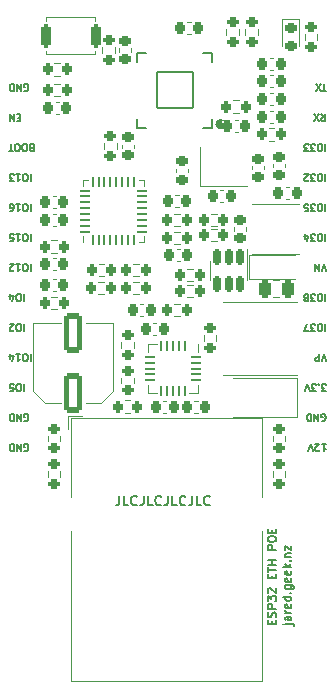
<source format=gto>
G04 #@! TF.GenerationSoftware,KiCad,Pcbnew,(6.0.4)*
G04 #@! TF.CreationDate,2022-11-09T23:23:58+13:00*
G04 #@! TF.ProjectId,LAN-Module-PoE,4c414e2d-4d6f-4647-956c-652d506f452e,rev?*
G04 #@! TF.SameCoordinates,Original*
G04 #@! TF.FileFunction,Legend,Top*
G04 #@! TF.FilePolarity,Positive*
%FSLAX46Y46*%
G04 Gerber Fmt 4.6, Leading zero omitted, Abs format (unit mm)*
G04 Created by KiCad (PCBNEW (6.0.4)) date 2022-11-09 23:23:58*
%MOMM*%
%LPD*%
G01*
G04 APERTURE LIST*
G04 Aperture macros list*
%AMRoundRect*
0 Rectangle with rounded corners*
0 $1 Rounding radius*
0 $2 $3 $4 $5 $6 $7 $8 $9 X,Y pos of 4 corners*
0 Add a 4 corners polygon primitive as box body*
4,1,4,$2,$3,$4,$5,$6,$7,$8,$9,$2,$3,0*
0 Add four circle primitives for the rounded corners*
1,1,$1+$1,$2,$3*
1,1,$1+$1,$4,$5*
1,1,$1+$1,$6,$7*
1,1,$1+$1,$8,$9*
0 Add four rect primitives between the rounded corners*
20,1,$1+$1,$2,$3,$4,$5,0*
20,1,$1+$1,$4,$5,$6,$7,0*
20,1,$1+$1,$6,$7,$8,$9,0*
20,1,$1+$1,$8,$9,$2,$3,0*%
G04 Aperture macros list end*
%ADD10C,0.150000*%
%ADD11C,0.120000*%
%ADD12C,0.450000*%
%ADD13C,0.264583*%
%ADD14C,1.600000*%
%ADD15RoundRect,0.200000X0.275000X-0.200000X0.275000X0.200000X-0.275000X0.200000X-0.275000X-0.200000X0*%
%ADD16RoundRect,0.218750X-0.256250X0.218750X-0.256250X-0.218750X0.256250X-0.218750X0.256250X0.218750X0*%
%ADD17RoundRect,0.200000X0.200000X0.275000X-0.200000X0.275000X-0.200000X-0.275000X0.200000X-0.275000X0*%
%ADD18RoundRect,0.225000X0.225000X0.250000X-0.225000X0.250000X-0.225000X-0.250000X0.225000X-0.250000X0*%
%ADD19R,0.900000X1.200000*%
%ADD20RoundRect,0.150000X-0.150000X0.512500X-0.150000X-0.512500X0.150000X-0.512500X0.150000X0.512500X0*%
%ADD21RoundRect,0.200000X-0.200000X-0.275000X0.200000X-0.275000X0.200000X0.275000X-0.200000X0.275000X0*%
%ADD22RoundRect,0.225000X-0.225000X-0.250000X0.225000X-0.250000X0.225000X0.250000X-0.225000X0.250000X0*%
%ADD23RoundRect,0.200000X-0.275000X0.200000X-0.275000X-0.200000X0.275000X-0.200000X0.275000X0.200000X0*%
%ADD24R,1.200000X3.700000*%
%ADD25RoundRect,0.225000X-0.250000X0.225000X-0.250000X-0.225000X0.250000X-0.225000X0.250000X0.225000X0*%
%ADD26RoundRect,0.062500X-0.062500X0.362500X-0.062500X-0.362500X0.062500X-0.362500X0.062500X0.362500X0*%
%ADD27RoundRect,0.062500X-0.362500X0.062500X-0.362500X-0.062500X0.362500X-0.062500X0.362500X0.062500X0*%
%ADD28R,2.600000X2.600000*%
%ADD29R,2.500000X1.800000*%
%ADD30R,1.600000X5.700000*%
%ADD31RoundRect,0.225000X0.250000X-0.225000X0.250000X0.225000X-0.250000X0.225000X-0.250000X-0.225000X0*%
%ADD32RoundRect,0.062500X0.062500X-0.375000X0.062500X0.375000X-0.062500X0.375000X-0.062500X-0.375000X0*%
%ADD33RoundRect,0.062500X0.375000X-0.062500X0.375000X0.062500X-0.375000X0.062500X-0.375000X-0.062500X0*%
%ADD34R,3.100000X3.100000*%
%ADD35RoundRect,0.200000X0.200000X0.800000X-0.200000X0.800000X-0.200000X-0.800000X0.200000X-0.800000X0*%
%ADD36RoundRect,0.250000X0.550000X-1.412500X0.550000X1.412500X-0.550000X1.412500X-0.550000X-1.412500X0*%
%ADD37C,3.250000*%
%ADD38R,1.500000X1.500000*%
%ADD39C,1.500000*%
%ADD40C,2.200000*%
%ADD41RoundRect,0.250000X-0.250000X-0.475000X0.250000X-0.475000X0.250000X0.475000X-0.250000X0.475000X0*%
%ADD42O,0.850000X0.200000*%
%ADD43O,0.200000X0.850000*%
%ADD44RoundRect,0.102000X1.500000X1.500000X-1.500000X1.500000X-1.500000X-1.500000X1.500000X-1.500000X0*%
%ADD45R,1.400000X1.200000*%
G04 APERTURE END LIST*
D10*
X23468928Y-32050000D02*
X23526071Y-32078571D01*
X23611785Y-32078571D01*
X23697500Y-32050000D01*
X23754642Y-31992857D01*
X23783214Y-31935714D01*
X23811785Y-31821428D01*
X23811785Y-31735714D01*
X23783214Y-31621428D01*
X23754642Y-31564285D01*
X23697500Y-31507142D01*
X23611785Y-31478571D01*
X23554642Y-31478571D01*
X23468928Y-31507142D01*
X23440357Y-31535714D01*
X23440357Y-31735714D01*
X23554642Y-31735714D01*
X23183214Y-31478571D02*
X23183214Y-32078571D01*
X22840357Y-31478571D01*
X22840357Y-32078571D01*
X22554642Y-31478571D02*
X22554642Y-32078571D01*
X22411785Y-32078571D01*
X22326071Y-32050000D01*
X22268928Y-31992857D01*
X22240357Y-31935714D01*
X22211785Y-31821428D01*
X22211785Y-31735714D01*
X22240357Y-31621428D01*
X22268928Y-31564285D01*
X22326071Y-31507142D01*
X22411785Y-31478571D01*
X22554642Y-31478571D01*
X24011785Y-41638571D02*
X24011785Y-42238571D01*
X23611785Y-42238571D02*
X23497500Y-42238571D01*
X23440357Y-42210000D01*
X23383214Y-42152857D01*
X23354642Y-42038571D01*
X23354642Y-41838571D01*
X23383214Y-41724285D01*
X23440357Y-41667142D01*
X23497500Y-41638571D01*
X23611785Y-41638571D01*
X23668928Y-41667142D01*
X23726071Y-41724285D01*
X23754642Y-41838571D01*
X23754642Y-42038571D01*
X23726071Y-42152857D01*
X23668928Y-42210000D01*
X23611785Y-42238571D01*
X22783214Y-41638571D02*
X23126071Y-41638571D01*
X22954642Y-41638571D02*
X22954642Y-42238571D01*
X23011785Y-42152857D01*
X23068928Y-42095714D01*
X23126071Y-42067142D01*
X22268928Y-42238571D02*
X22383214Y-42238571D01*
X22440357Y-42210000D01*
X22468928Y-42181428D01*
X22526071Y-42095714D01*
X22554642Y-41981428D01*
X22554642Y-41752857D01*
X22526071Y-41695714D01*
X22497500Y-41667142D01*
X22440357Y-41638571D01*
X22326071Y-41638571D01*
X22268928Y-41667142D01*
X22240357Y-41695714D01*
X22211785Y-41752857D01*
X22211785Y-41895714D01*
X22240357Y-41952857D01*
X22268928Y-41981428D01*
X22326071Y-42010000D01*
X22440357Y-42010000D01*
X22497500Y-41981428D01*
X22526071Y-41952857D01*
X22554642Y-41895714D01*
X49045357Y-32078571D02*
X48702500Y-32078571D01*
X48873928Y-31478571D02*
X48873928Y-32078571D01*
X48559642Y-32078571D02*
X48159642Y-31478571D01*
X48159642Y-32078571D02*
X48559642Y-31478571D01*
X23126071Y-34332857D02*
X22926071Y-34332857D01*
X22840357Y-34018571D02*
X23126071Y-34018571D01*
X23126071Y-34618571D01*
X22840357Y-34618571D01*
X22583214Y-34018571D02*
X22583214Y-34618571D01*
X22240357Y-34018571D01*
X22240357Y-34618571D01*
X24011785Y-54338571D02*
X24011785Y-54938571D01*
X23611785Y-54938571D02*
X23497500Y-54938571D01*
X23440357Y-54910000D01*
X23383214Y-54852857D01*
X23354642Y-54738571D01*
X23354642Y-54538571D01*
X23383214Y-54424285D01*
X23440357Y-54367142D01*
X23497500Y-54338571D01*
X23611785Y-54338571D01*
X23668928Y-54367142D01*
X23726071Y-54424285D01*
X23754642Y-54538571D01*
X23754642Y-54738571D01*
X23726071Y-54852857D01*
X23668928Y-54910000D01*
X23611785Y-54938571D01*
X22783214Y-54338571D02*
X23126071Y-54338571D01*
X22954642Y-54338571D02*
X22954642Y-54938571D01*
X23011785Y-54852857D01*
X23068928Y-54795714D01*
X23126071Y-54767142D01*
X22268928Y-54738571D02*
X22268928Y-54338571D01*
X22411785Y-54967142D02*
X22554642Y-54538571D01*
X22183214Y-54538571D01*
X45570000Y-77205833D02*
X46170000Y-77205833D01*
X46236666Y-77239166D01*
X46270000Y-77305833D01*
X46270000Y-77339166D01*
X45336666Y-77205833D02*
X45370000Y-77239166D01*
X45403333Y-77205833D01*
X45370000Y-77172500D01*
X45336666Y-77205833D01*
X45403333Y-77205833D01*
X46036666Y-76572500D02*
X45670000Y-76572500D01*
X45603333Y-76605833D01*
X45570000Y-76672500D01*
X45570000Y-76805833D01*
X45603333Y-76872500D01*
X46003333Y-76572500D02*
X46036666Y-76639166D01*
X46036666Y-76805833D01*
X46003333Y-76872500D01*
X45936666Y-76905833D01*
X45870000Y-76905833D01*
X45803333Y-76872500D01*
X45770000Y-76805833D01*
X45770000Y-76639166D01*
X45736666Y-76572500D01*
X46036666Y-76239166D02*
X45570000Y-76239166D01*
X45703333Y-76239166D02*
X45636666Y-76205833D01*
X45603333Y-76172500D01*
X45570000Y-76105833D01*
X45570000Y-76039166D01*
X46003333Y-75539166D02*
X46036666Y-75605833D01*
X46036666Y-75739166D01*
X46003333Y-75805833D01*
X45936666Y-75839166D01*
X45670000Y-75839166D01*
X45603333Y-75805833D01*
X45570000Y-75739166D01*
X45570000Y-75605833D01*
X45603333Y-75539166D01*
X45670000Y-75505833D01*
X45736666Y-75505833D01*
X45803333Y-75839166D01*
X46036666Y-74905833D02*
X45336666Y-74905833D01*
X46003333Y-74905833D02*
X46036666Y-74972500D01*
X46036666Y-75105833D01*
X46003333Y-75172500D01*
X45970000Y-75205833D01*
X45903333Y-75239166D01*
X45703333Y-75239166D01*
X45636666Y-75205833D01*
X45603333Y-75172500D01*
X45570000Y-75105833D01*
X45570000Y-74972500D01*
X45603333Y-74905833D01*
X45970000Y-74572500D02*
X46003333Y-74539166D01*
X46036666Y-74572500D01*
X46003333Y-74605833D01*
X45970000Y-74572500D01*
X46036666Y-74572500D01*
X45570000Y-73939166D02*
X46136666Y-73939166D01*
X46203333Y-73972500D01*
X46236666Y-74005833D01*
X46270000Y-74072500D01*
X46270000Y-74172500D01*
X46236666Y-74239166D01*
X46003333Y-73939166D02*
X46036666Y-74005833D01*
X46036666Y-74139166D01*
X46003333Y-74205833D01*
X45970000Y-74239166D01*
X45903333Y-74272500D01*
X45703333Y-74272500D01*
X45636666Y-74239166D01*
X45603333Y-74205833D01*
X45570000Y-74139166D01*
X45570000Y-74005833D01*
X45603333Y-73939166D01*
X46003333Y-73339166D02*
X46036666Y-73405833D01*
X46036666Y-73539166D01*
X46003333Y-73605833D01*
X45936666Y-73639166D01*
X45670000Y-73639166D01*
X45603333Y-73605833D01*
X45570000Y-73539166D01*
X45570000Y-73405833D01*
X45603333Y-73339166D01*
X45670000Y-73305833D01*
X45736666Y-73305833D01*
X45803333Y-73639166D01*
X46003333Y-72739166D02*
X46036666Y-72805833D01*
X46036666Y-72939166D01*
X46003333Y-73005833D01*
X45936666Y-73039166D01*
X45670000Y-73039166D01*
X45603333Y-73005833D01*
X45570000Y-72939166D01*
X45570000Y-72805833D01*
X45603333Y-72739166D01*
X45670000Y-72705833D01*
X45736666Y-72705833D01*
X45803333Y-73039166D01*
X46036666Y-72405833D02*
X45336666Y-72405833D01*
X45770000Y-72339166D02*
X46036666Y-72139166D01*
X45570000Y-72139166D02*
X45836666Y-72405833D01*
X45970000Y-71839166D02*
X46003333Y-71805833D01*
X46036666Y-71839166D01*
X46003333Y-71872500D01*
X45970000Y-71839166D01*
X46036666Y-71839166D01*
X45570000Y-71505833D02*
X46036666Y-71505833D01*
X45636666Y-71505833D02*
X45603333Y-71472500D01*
X45570000Y-71405833D01*
X45570000Y-71305833D01*
X45603333Y-71239166D01*
X45670000Y-71205833D01*
X46036666Y-71205833D01*
X45570000Y-70939166D02*
X45570000Y-70572500D01*
X46036666Y-70939166D01*
X46036666Y-70572500D01*
X49016785Y-57478571D02*
X48645357Y-57478571D01*
X48845357Y-57250000D01*
X48759642Y-57250000D01*
X48702500Y-57221428D01*
X48673928Y-57192857D01*
X48645357Y-57135714D01*
X48645357Y-56992857D01*
X48673928Y-56935714D01*
X48702500Y-56907142D01*
X48759642Y-56878571D01*
X48931071Y-56878571D01*
X48988214Y-56907142D01*
X49016785Y-56935714D01*
X48388214Y-56935714D02*
X48359642Y-56907142D01*
X48388214Y-56878571D01*
X48416785Y-56907142D01*
X48388214Y-56935714D01*
X48388214Y-56878571D01*
X48159642Y-57478571D02*
X47788214Y-57478571D01*
X47988214Y-57250000D01*
X47902500Y-57250000D01*
X47845357Y-57221428D01*
X47816785Y-57192857D01*
X47788214Y-57135714D01*
X47788214Y-56992857D01*
X47816785Y-56935714D01*
X47845357Y-56907142D01*
X47902500Y-56878571D01*
X48073928Y-56878571D01*
X48131071Y-56907142D01*
X48159642Y-56935714D01*
X47616785Y-57478571D02*
X47416785Y-56878571D01*
X47216785Y-57478571D01*
X48616785Y-34018571D02*
X48816785Y-34304285D01*
X48959642Y-34018571D02*
X48959642Y-34618571D01*
X48731071Y-34618571D01*
X48673928Y-34590000D01*
X48645357Y-34561428D01*
X48616785Y-34504285D01*
X48616785Y-34418571D01*
X48645357Y-34361428D01*
X48673928Y-34332857D01*
X48731071Y-34304285D01*
X48959642Y-34304285D01*
X48416785Y-34618571D02*
X48016785Y-34018571D01*
X48016785Y-34618571D02*
X48416785Y-34018571D01*
X23440357Y-51798571D02*
X23440357Y-52398571D01*
X23040357Y-52398571D02*
X22926071Y-52398571D01*
X22868928Y-52370000D01*
X22811785Y-52312857D01*
X22783214Y-52198571D01*
X22783214Y-51998571D01*
X22811785Y-51884285D01*
X22868928Y-51827142D01*
X22926071Y-51798571D01*
X23040357Y-51798571D01*
X23097500Y-51827142D01*
X23154642Y-51884285D01*
X23183214Y-51998571D01*
X23183214Y-52198571D01*
X23154642Y-52312857D01*
X23097500Y-52370000D01*
X23040357Y-52398571D01*
X22554642Y-52341428D02*
X22526071Y-52370000D01*
X22468928Y-52398571D01*
X22326071Y-52398571D01*
X22268928Y-52370000D01*
X22240357Y-52341428D01*
X22211785Y-52284285D01*
X22211785Y-52227142D01*
X22240357Y-52141428D01*
X22583214Y-51798571D01*
X22211785Y-51798571D01*
X23468928Y-62530000D02*
X23526071Y-62558571D01*
X23611785Y-62558571D01*
X23697500Y-62530000D01*
X23754642Y-62472857D01*
X23783214Y-62415714D01*
X23811785Y-62301428D01*
X23811785Y-62215714D01*
X23783214Y-62101428D01*
X23754642Y-62044285D01*
X23697500Y-61987142D01*
X23611785Y-61958571D01*
X23554642Y-61958571D01*
X23468928Y-61987142D01*
X23440357Y-62015714D01*
X23440357Y-62215714D01*
X23554642Y-62215714D01*
X23183214Y-61958571D02*
X23183214Y-62558571D01*
X22840357Y-61958571D01*
X22840357Y-62558571D01*
X22554642Y-61958571D02*
X22554642Y-62558571D01*
X22411785Y-62558571D01*
X22326071Y-62530000D01*
X22268928Y-62472857D01*
X22240357Y-62415714D01*
X22211785Y-62301428D01*
X22211785Y-62215714D01*
X22240357Y-62101428D01*
X22268928Y-62044285D01*
X22326071Y-61987142D01*
X22411785Y-61958571D01*
X22554642Y-61958571D01*
X31504761Y-66361904D02*
X31504761Y-66933333D01*
X31466666Y-67047619D01*
X31390476Y-67123809D01*
X31276190Y-67161904D01*
X31199999Y-67161904D01*
X32266666Y-67161904D02*
X31885714Y-67161904D01*
X31885714Y-66361904D01*
X32990476Y-67085714D02*
X32952380Y-67123809D01*
X32838095Y-67161904D01*
X32761904Y-67161904D01*
X32647619Y-67123809D01*
X32571428Y-67047619D01*
X32533333Y-66971428D01*
X32495238Y-66819047D01*
X32495238Y-66704761D01*
X32533333Y-66552380D01*
X32571428Y-66476190D01*
X32647619Y-66400000D01*
X32761904Y-66361904D01*
X32838095Y-66361904D01*
X32952380Y-66400000D01*
X32990476Y-66438095D01*
X33561904Y-66361904D02*
X33561904Y-66933333D01*
X33523809Y-67047619D01*
X33447619Y-67123809D01*
X33333333Y-67161904D01*
X33257142Y-67161904D01*
X34323809Y-67161904D02*
X33942857Y-67161904D01*
X33942857Y-66361904D01*
X35047619Y-67085714D02*
X35009523Y-67123809D01*
X34895238Y-67161904D01*
X34819047Y-67161904D01*
X34704761Y-67123809D01*
X34628571Y-67047619D01*
X34590476Y-66971428D01*
X34552380Y-66819047D01*
X34552380Y-66704761D01*
X34590476Y-66552380D01*
X34628571Y-66476190D01*
X34704761Y-66400000D01*
X34819047Y-66361904D01*
X34895238Y-66361904D01*
X35009523Y-66400000D01*
X35047619Y-66438095D01*
X35619047Y-66361904D02*
X35619047Y-66933333D01*
X35580952Y-67047619D01*
X35504761Y-67123809D01*
X35390476Y-67161904D01*
X35314285Y-67161904D01*
X36380952Y-67161904D02*
X36000000Y-67161904D01*
X36000000Y-66361904D01*
X37104761Y-67085714D02*
X37066666Y-67123809D01*
X36952380Y-67161904D01*
X36876190Y-67161904D01*
X36761904Y-67123809D01*
X36685714Y-67047619D01*
X36647619Y-66971428D01*
X36609523Y-66819047D01*
X36609523Y-66704761D01*
X36647619Y-66552380D01*
X36685714Y-66476190D01*
X36761904Y-66400000D01*
X36876190Y-66361904D01*
X36952380Y-66361904D01*
X37066666Y-66400000D01*
X37104761Y-66438095D01*
X37676190Y-66361904D02*
X37676190Y-66933333D01*
X37638095Y-67047619D01*
X37561904Y-67123809D01*
X37447619Y-67161904D01*
X37371428Y-67161904D01*
X38438095Y-67161904D02*
X38057142Y-67161904D01*
X38057142Y-66361904D01*
X39161904Y-67085714D02*
X39123809Y-67123809D01*
X39009523Y-67161904D01*
X38933333Y-67161904D01*
X38819047Y-67123809D01*
X38742857Y-67047619D01*
X38704761Y-66971428D01*
X38666666Y-66819047D01*
X38666666Y-66704761D01*
X38704761Y-66552380D01*
X38742857Y-66476190D01*
X38819047Y-66400000D01*
X38933333Y-66361904D01*
X39009523Y-66361904D01*
X39123809Y-66400000D01*
X39161904Y-66438095D01*
X49045357Y-47318571D02*
X48845357Y-46718571D01*
X48645357Y-47318571D01*
X48445357Y-46718571D02*
X48445357Y-47318571D01*
X48102500Y-46718571D01*
X48102500Y-47318571D01*
X48645357Y-61958571D02*
X48988214Y-61958571D01*
X48816785Y-61958571D02*
X48816785Y-62558571D01*
X48873928Y-62472857D01*
X48931071Y-62415714D01*
X48988214Y-62387142D01*
X48416785Y-62501428D02*
X48388214Y-62530000D01*
X48331071Y-62558571D01*
X48188214Y-62558571D01*
X48131071Y-62530000D01*
X48102500Y-62501428D01*
X48073928Y-62444285D01*
X48073928Y-62387142D01*
X48102500Y-62301428D01*
X48445357Y-61958571D01*
X48073928Y-61958571D01*
X47902500Y-62558571D02*
X47702500Y-61958571D01*
X47502500Y-62558571D01*
X23440357Y-49258571D02*
X23440357Y-49858571D01*
X23040357Y-49858571D02*
X22926071Y-49858571D01*
X22868928Y-49830000D01*
X22811785Y-49772857D01*
X22783214Y-49658571D01*
X22783214Y-49458571D01*
X22811785Y-49344285D01*
X22868928Y-49287142D01*
X22926071Y-49258571D01*
X23040357Y-49258571D01*
X23097500Y-49287142D01*
X23154642Y-49344285D01*
X23183214Y-49458571D01*
X23183214Y-49658571D01*
X23154642Y-49772857D01*
X23097500Y-49830000D01*
X23040357Y-49858571D01*
X22268928Y-49658571D02*
X22268928Y-49258571D01*
X22411785Y-49887142D02*
X22554642Y-49458571D01*
X22183214Y-49458571D01*
X23440357Y-56878571D02*
X23440357Y-57478571D01*
X23040357Y-57478571D02*
X22926071Y-57478571D01*
X22868928Y-57450000D01*
X22811785Y-57392857D01*
X22783214Y-57278571D01*
X22783214Y-57078571D01*
X22811785Y-56964285D01*
X22868928Y-56907142D01*
X22926071Y-56878571D01*
X23040357Y-56878571D01*
X23097500Y-56907142D01*
X23154642Y-56964285D01*
X23183214Y-57078571D01*
X23183214Y-57278571D01*
X23154642Y-57392857D01*
X23097500Y-57450000D01*
X23040357Y-57478571D01*
X22240357Y-57478571D02*
X22526071Y-57478571D01*
X22554642Y-57192857D01*
X22526071Y-57221428D01*
X22468928Y-57250000D01*
X22326071Y-57250000D01*
X22268928Y-57221428D01*
X22240357Y-57192857D01*
X22211785Y-57135714D01*
X22211785Y-56992857D01*
X22240357Y-56935714D01*
X22268928Y-56907142D01*
X22326071Y-56878571D01*
X22468928Y-56878571D01*
X22526071Y-56907142D01*
X22554642Y-56935714D01*
X44400000Y-77205833D02*
X44400000Y-76972500D01*
X44766666Y-76872500D02*
X44766666Y-77205833D01*
X44066666Y-77205833D01*
X44066666Y-76872500D01*
X44733333Y-76605833D02*
X44766666Y-76505833D01*
X44766666Y-76339166D01*
X44733333Y-76272500D01*
X44700000Y-76239166D01*
X44633333Y-76205833D01*
X44566666Y-76205833D01*
X44500000Y-76239166D01*
X44466666Y-76272500D01*
X44433333Y-76339166D01*
X44400000Y-76472500D01*
X44366666Y-76539166D01*
X44333333Y-76572500D01*
X44266666Y-76605833D01*
X44200000Y-76605833D01*
X44133333Y-76572500D01*
X44100000Y-76539166D01*
X44066666Y-76472500D01*
X44066666Y-76305833D01*
X44100000Y-76205833D01*
X44766666Y-75905833D02*
X44066666Y-75905833D01*
X44066666Y-75639166D01*
X44100000Y-75572500D01*
X44133333Y-75539166D01*
X44200000Y-75505833D01*
X44300000Y-75505833D01*
X44366666Y-75539166D01*
X44400000Y-75572500D01*
X44433333Y-75639166D01*
X44433333Y-75905833D01*
X44066666Y-75272500D02*
X44066666Y-74839166D01*
X44333333Y-75072500D01*
X44333333Y-74972500D01*
X44366666Y-74905833D01*
X44400000Y-74872500D01*
X44466666Y-74839166D01*
X44633333Y-74839166D01*
X44700000Y-74872500D01*
X44733333Y-74905833D01*
X44766666Y-74972500D01*
X44766666Y-75172500D01*
X44733333Y-75239166D01*
X44700000Y-75272500D01*
X44133333Y-74572500D02*
X44100000Y-74539166D01*
X44066666Y-74472500D01*
X44066666Y-74305833D01*
X44100000Y-74239166D01*
X44133333Y-74205833D01*
X44200000Y-74172500D01*
X44266666Y-74172500D01*
X44366666Y-74205833D01*
X44766666Y-74605833D01*
X44766666Y-74172500D01*
X44400000Y-73339166D02*
X44400000Y-73105833D01*
X44766666Y-73005833D02*
X44766666Y-73339166D01*
X44066666Y-73339166D01*
X44066666Y-73005833D01*
X44066666Y-72805833D02*
X44066666Y-72405833D01*
X44766666Y-72605833D02*
X44066666Y-72605833D01*
X44766666Y-72172500D02*
X44066666Y-72172500D01*
X44400000Y-72172500D02*
X44400000Y-71772500D01*
X44766666Y-71772500D02*
X44066666Y-71772500D01*
X44766666Y-70905833D02*
X44066666Y-70905833D01*
X44066666Y-70639166D01*
X44100000Y-70572500D01*
X44133333Y-70539166D01*
X44200000Y-70505833D01*
X44300000Y-70505833D01*
X44366666Y-70539166D01*
X44400000Y-70572500D01*
X44433333Y-70639166D01*
X44433333Y-70905833D01*
X44066666Y-70072500D02*
X44066666Y-69939166D01*
X44100000Y-69872500D01*
X44166666Y-69805833D01*
X44300000Y-69772500D01*
X44533333Y-69772500D01*
X44666666Y-69805833D01*
X44733333Y-69872500D01*
X44766666Y-69939166D01*
X44766666Y-70072500D01*
X44733333Y-70139166D01*
X44666666Y-70205833D01*
X44533333Y-70239166D01*
X44300000Y-70239166D01*
X44166666Y-70205833D01*
X44100000Y-70139166D01*
X44066666Y-70072500D01*
X44400000Y-69472500D02*
X44400000Y-69239166D01*
X44766666Y-69139166D02*
X44766666Y-69472500D01*
X44066666Y-69472500D01*
X44066666Y-69139166D01*
X48959642Y-41638571D02*
X48959642Y-42238571D01*
X48559642Y-42238571D02*
X48445357Y-42238571D01*
X48388214Y-42210000D01*
X48331071Y-42152857D01*
X48302500Y-42038571D01*
X48302500Y-41838571D01*
X48331071Y-41724285D01*
X48388214Y-41667142D01*
X48445357Y-41638571D01*
X48559642Y-41638571D01*
X48616785Y-41667142D01*
X48673928Y-41724285D01*
X48702500Y-41838571D01*
X48702500Y-42038571D01*
X48673928Y-42152857D01*
X48616785Y-42210000D01*
X48559642Y-42238571D01*
X48102500Y-42238571D02*
X47731071Y-42238571D01*
X47931071Y-42010000D01*
X47845357Y-42010000D01*
X47788214Y-41981428D01*
X47759642Y-41952857D01*
X47731071Y-41895714D01*
X47731071Y-41752857D01*
X47759642Y-41695714D01*
X47788214Y-41667142D01*
X47845357Y-41638571D01*
X48016785Y-41638571D01*
X48073928Y-41667142D01*
X48102500Y-41695714D01*
X47188214Y-42238571D02*
X47473928Y-42238571D01*
X47502500Y-41952857D01*
X47473928Y-41981428D01*
X47416785Y-42010000D01*
X47273928Y-42010000D01*
X47216785Y-41981428D01*
X47188214Y-41952857D01*
X47159642Y-41895714D01*
X47159642Y-41752857D01*
X47188214Y-41695714D01*
X47216785Y-41667142D01*
X47273928Y-41638571D01*
X47416785Y-41638571D01*
X47473928Y-41667142D01*
X47502500Y-41695714D01*
X48959642Y-44178571D02*
X48959642Y-44778571D01*
X48559642Y-44778571D02*
X48445357Y-44778571D01*
X48388214Y-44750000D01*
X48331071Y-44692857D01*
X48302500Y-44578571D01*
X48302500Y-44378571D01*
X48331071Y-44264285D01*
X48388214Y-44207142D01*
X48445357Y-44178571D01*
X48559642Y-44178571D01*
X48616785Y-44207142D01*
X48673928Y-44264285D01*
X48702500Y-44378571D01*
X48702500Y-44578571D01*
X48673928Y-44692857D01*
X48616785Y-44750000D01*
X48559642Y-44778571D01*
X48102500Y-44778571D02*
X47731071Y-44778571D01*
X47931071Y-44550000D01*
X47845357Y-44550000D01*
X47788214Y-44521428D01*
X47759642Y-44492857D01*
X47731071Y-44435714D01*
X47731071Y-44292857D01*
X47759642Y-44235714D01*
X47788214Y-44207142D01*
X47845357Y-44178571D01*
X48016785Y-44178571D01*
X48073928Y-44207142D01*
X48102500Y-44235714D01*
X47216785Y-44578571D02*
X47216785Y-44178571D01*
X47359642Y-44807142D02*
X47502500Y-44378571D01*
X47131071Y-44378571D01*
X24068928Y-36872857D02*
X23983214Y-36844285D01*
X23954642Y-36815714D01*
X23926071Y-36758571D01*
X23926071Y-36672857D01*
X23954642Y-36615714D01*
X23983214Y-36587142D01*
X24040357Y-36558571D01*
X24268928Y-36558571D01*
X24268928Y-37158571D01*
X24068928Y-37158571D01*
X24011785Y-37130000D01*
X23983214Y-37101428D01*
X23954642Y-37044285D01*
X23954642Y-36987142D01*
X23983214Y-36930000D01*
X24011785Y-36901428D01*
X24068928Y-36872857D01*
X24268928Y-36872857D01*
X23554642Y-37158571D02*
X23440357Y-37158571D01*
X23383214Y-37130000D01*
X23326071Y-37072857D01*
X23297500Y-36958571D01*
X23297500Y-36758571D01*
X23326071Y-36644285D01*
X23383214Y-36587142D01*
X23440357Y-36558571D01*
X23554642Y-36558571D01*
X23611785Y-36587142D01*
X23668928Y-36644285D01*
X23697500Y-36758571D01*
X23697500Y-36958571D01*
X23668928Y-37072857D01*
X23611785Y-37130000D01*
X23554642Y-37158571D01*
X22926071Y-37158571D02*
X22811785Y-37158571D01*
X22754642Y-37130000D01*
X22697500Y-37072857D01*
X22668928Y-36958571D01*
X22668928Y-36758571D01*
X22697500Y-36644285D01*
X22754642Y-36587142D01*
X22811785Y-36558571D01*
X22926071Y-36558571D01*
X22983214Y-36587142D01*
X23040357Y-36644285D01*
X23068928Y-36758571D01*
X23068928Y-36958571D01*
X23040357Y-37072857D01*
X22983214Y-37130000D01*
X22926071Y-37158571D01*
X22497500Y-37158571D02*
X22154642Y-37158571D01*
X22326071Y-36558571D02*
X22326071Y-37158571D01*
X23468928Y-59990000D02*
X23526071Y-60018571D01*
X23611785Y-60018571D01*
X23697500Y-59990000D01*
X23754642Y-59932857D01*
X23783214Y-59875714D01*
X23811785Y-59761428D01*
X23811785Y-59675714D01*
X23783214Y-59561428D01*
X23754642Y-59504285D01*
X23697500Y-59447142D01*
X23611785Y-59418571D01*
X23554642Y-59418571D01*
X23468928Y-59447142D01*
X23440357Y-59475714D01*
X23440357Y-59675714D01*
X23554642Y-59675714D01*
X23183214Y-59418571D02*
X23183214Y-60018571D01*
X22840357Y-59418571D01*
X22840357Y-60018571D01*
X22554642Y-59418571D02*
X22554642Y-60018571D01*
X22411785Y-60018571D01*
X22326071Y-59990000D01*
X22268928Y-59932857D01*
X22240357Y-59875714D01*
X22211785Y-59761428D01*
X22211785Y-59675714D01*
X22240357Y-59561428D01*
X22268928Y-59504285D01*
X22326071Y-59447142D01*
X22411785Y-59418571D01*
X22554642Y-59418571D01*
X48645357Y-59990000D02*
X48702500Y-60018571D01*
X48788214Y-60018571D01*
X48873928Y-59990000D01*
X48931071Y-59932857D01*
X48959642Y-59875714D01*
X48988214Y-59761428D01*
X48988214Y-59675714D01*
X48959642Y-59561428D01*
X48931071Y-59504285D01*
X48873928Y-59447142D01*
X48788214Y-59418571D01*
X48731071Y-59418571D01*
X48645357Y-59447142D01*
X48616785Y-59475714D01*
X48616785Y-59675714D01*
X48731071Y-59675714D01*
X48359642Y-59418571D02*
X48359642Y-60018571D01*
X48016785Y-59418571D01*
X48016785Y-60018571D01*
X47731071Y-59418571D02*
X47731071Y-60018571D01*
X47588214Y-60018571D01*
X47502500Y-59990000D01*
X47445357Y-59932857D01*
X47416785Y-59875714D01*
X47388214Y-59761428D01*
X47388214Y-59675714D01*
X47416785Y-59561428D01*
X47445357Y-59504285D01*
X47502500Y-59447142D01*
X47588214Y-59418571D01*
X47731071Y-59418571D01*
X49045357Y-54938571D02*
X48845357Y-54338571D01*
X48645357Y-54938571D01*
X48445357Y-54338571D02*
X48445357Y-54938571D01*
X48216785Y-54938571D01*
X48159642Y-54910000D01*
X48131071Y-54881428D01*
X48102500Y-54824285D01*
X48102500Y-54738571D01*
X48131071Y-54681428D01*
X48159642Y-54652857D01*
X48216785Y-54624285D01*
X48445357Y-54624285D01*
X24011785Y-44178571D02*
X24011785Y-44778571D01*
X23611785Y-44778571D02*
X23497500Y-44778571D01*
X23440357Y-44750000D01*
X23383214Y-44692857D01*
X23354642Y-44578571D01*
X23354642Y-44378571D01*
X23383214Y-44264285D01*
X23440357Y-44207142D01*
X23497500Y-44178571D01*
X23611785Y-44178571D01*
X23668928Y-44207142D01*
X23726071Y-44264285D01*
X23754642Y-44378571D01*
X23754642Y-44578571D01*
X23726071Y-44692857D01*
X23668928Y-44750000D01*
X23611785Y-44778571D01*
X22783214Y-44178571D02*
X23126071Y-44178571D01*
X22954642Y-44178571D02*
X22954642Y-44778571D01*
X23011785Y-44692857D01*
X23068928Y-44635714D01*
X23126071Y-44607142D01*
X22240357Y-44778571D02*
X22526071Y-44778571D01*
X22554642Y-44492857D01*
X22526071Y-44521428D01*
X22468928Y-44550000D01*
X22326071Y-44550000D01*
X22268928Y-44521428D01*
X22240357Y-44492857D01*
X22211785Y-44435714D01*
X22211785Y-44292857D01*
X22240357Y-44235714D01*
X22268928Y-44207142D01*
X22326071Y-44178571D01*
X22468928Y-44178571D01*
X22526071Y-44207142D01*
X22554642Y-44235714D01*
X24011785Y-46718571D02*
X24011785Y-47318571D01*
X23611785Y-47318571D02*
X23497500Y-47318571D01*
X23440357Y-47290000D01*
X23383214Y-47232857D01*
X23354642Y-47118571D01*
X23354642Y-46918571D01*
X23383214Y-46804285D01*
X23440357Y-46747142D01*
X23497500Y-46718571D01*
X23611785Y-46718571D01*
X23668928Y-46747142D01*
X23726071Y-46804285D01*
X23754642Y-46918571D01*
X23754642Y-47118571D01*
X23726071Y-47232857D01*
X23668928Y-47290000D01*
X23611785Y-47318571D01*
X22783214Y-46718571D02*
X23126071Y-46718571D01*
X22954642Y-46718571D02*
X22954642Y-47318571D01*
X23011785Y-47232857D01*
X23068928Y-47175714D01*
X23126071Y-47147142D01*
X22554642Y-47261428D02*
X22526071Y-47290000D01*
X22468928Y-47318571D01*
X22326071Y-47318571D01*
X22268928Y-47290000D01*
X22240357Y-47261428D01*
X22211785Y-47204285D01*
X22211785Y-47147142D01*
X22240357Y-47061428D01*
X22583214Y-46718571D01*
X22211785Y-46718571D01*
X24011785Y-39098571D02*
X24011785Y-39698571D01*
X23611785Y-39698571D02*
X23497500Y-39698571D01*
X23440357Y-39670000D01*
X23383214Y-39612857D01*
X23354642Y-39498571D01*
X23354642Y-39298571D01*
X23383214Y-39184285D01*
X23440357Y-39127142D01*
X23497500Y-39098571D01*
X23611785Y-39098571D01*
X23668928Y-39127142D01*
X23726071Y-39184285D01*
X23754642Y-39298571D01*
X23754642Y-39498571D01*
X23726071Y-39612857D01*
X23668928Y-39670000D01*
X23611785Y-39698571D01*
X22783214Y-39098571D02*
X23126071Y-39098571D01*
X22954642Y-39098571D02*
X22954642Y-39698571D01*
X23011785Y-39612857D01*
X23068928Y-39555714D01*
X23126071Y-39527142D01*
X22583214Y-39698571D02*
X22211785Y-39698571D01*
X22411785Y-39470000D01*
X22326071Y-39470000D01*
X22268928Y-39441428D01*
X22240357Y-39412857D01*
X22211785Y-39355714D01*
X22211785Y-39212857D01*
X22240357Y-39155714D01*
X22268928Y-39127142D01*
X22326071Y-39098571D01*
X22497500Y-39098571D01*
X22554642Y-39127142D01*
X22583214Y-39155714D01*
X48959642Y-49258571D02*
X48959642Y-49858571D01*
X48559642Y-49858571D02*
X48445357Y-49858571D01*
X48388214Y-49830000D01*
X48331071Y-49772857D01*
X48302500Y-49658571D01*
X48302500Y-49458571D01*
X48331071Y-49344285D01*
X48388214Y-49287142D01*
X48445357Y-49258571D01*
X48559642Y-49258571D01*
X48616785Y-49287142D01*
X48673928Y-49344285D01*
X48702500Y-49458571D01*
X48702500Y-49658571D01*
X48673928Y-49772857D01*
X48616785Y-49830000D01*
X48559642Y-49858571D01*
X48102500Y-49858571D02*
X47731071Y-49858571D01*
X47931071Y-49630000D01*
X47845357Y-49630000D01*
X47788214Y-49601428D01*
X47759642Y-49572857D01*
X47731071Y-49515714D01*
X47731071Y-49372857D01*
X47759642Y-49315714D01*
X47788214Y-49287142D01*
X47845357Y-49258571D01*
X48016785Y-49258571D01*
X48073928Y-49287142D01*
X48102500Y-49315714D01*
X47388214Y-49601428D02*
X47445357Y-49630000D01*
X47473928Y-49658571D01*
X47502500Y-49715714D01*
X47502500Y-49744285D01*
X47473928Y-49801428D01*
X47445357Y-49830000D01*
X47388214Y-49858571D01*
X47273928Y-49858571D01*
X47216785Y-49830000D01*
X47188214Y-49801428D01*
X47159642Y-49744285D01*
X47159642Y-49715714D01*
X47188214Y-49658571D01*
X47216785Y-49630000D01*
X47273928Y-49601428D01*
X47388214Y-49601428D01*
X47445357Y-49572857D01*
X47473928Y-49544285D01*
X47502500Y-49487142D01*
X47502500Y-49372857D01*
X47473928Y-49315714D01*
X47445357Y-49287142D01*
X47388214Y-49258571D01*
X47273928Y-49258571D01*
X47216785Y-49287142D01*
X47188214Y-49315714D01*
X47159642Y-49372857D01*
X47159642Y-49487142D01*
X47188214Y-49544285D01*
X47216785Y-49572857D01*
X47273928Y-49601428D01*
X48959642Y-36558571D02*
X48959642Y-37158571D01*
X48559642Y-37158571D02*
X48445357Y-37158571D01*
X48388214Y-37130000D01*
X48331071Y-37072857D01*
X48302500Y-36958571D01*
X48302500Y-36758571D01*
X48331071Y-36644285D01*
X48388214Y-36587142D01*
X48445357Y-36558571D01*
X48559642Y-36558571D01*
X48616785Y-36587142D01*
X48673928Y-36644285D01*
X48702500Y-36758571D01*
X48702500Y-36958571D01*
X48673928Y-37072857D01*
X48616785Y-37130000D01*
X48559642Y-37158571D01*
X48102500Y-37158571D02*
X47731071Y-37158571D01*
X47931071Y-36930000D01*
X47845357Y-36930000D01*
X47788214Y-36901428D01*
X47759642Y-36872857D01*
X47731071Y-36815714D01*
X47731071Y-36672857D01*
X47759642Y-36615714D01*
X47788214Y-36587142D01*
X47845357Y-36558571D01*
X48016785Y-36558571D01*
X48073928Y-36587142D01*
X48102500Y-36615714D01*
X47531071Y-37158571D02*
X47159642Y-37158571D01*
X47359642Y-36930000D01*
X47273928Y-36930000D01*
X47216785Y-36901428D01*
X47188214Y-36872857D01*
X47159642Y-36815714D01*
X47159642Y-36672857D01*
X47188214Y-36615714D01*
X47216785Y-36587142D01*
X47273928Y-36558571D01*
X47445357Y-36558571D01*
X47502500Y-36587142D01*
X47531071Y-36615714D01*
X48959642Y-39098571D02*
X48959642Y-39698571D01*
X48559642Y-39698571D02*
X48445357Y-39698571D01*
X48388214Y-39670000D01*
X48331071Y-39612857D01*
X48302500Y-39498571D01*
X48302500Y-39298571D01*
X48331071Y-39184285D01*
X48388214Y-39127142D01*
X48445357Y-39098571D01*
X48559642Y-39098571D01*
X48616785Y-39127142D01*
X48673928Y-39184285D01*
X48702500Y-39298571D01*
X48702500Y-39498571D01*
X48673928Y-39612857D01*
X48616785Y-39670000D01*
X48559642Y-39698571D01*
X48102500Y-39698571D02*
X47731071Y-39698571D01*
X47931071Y-39470000D01*
X47845357Y-39470000D01*
X47788214Y-39441428D01*
X47759642Y-39412857D01*
X47731071Y-39355714D01*
X47731071Y-39212857D01*
X47759642Y-39155714D01*
X47788214Y-39127142D01*
X47845357Y-39098571D01*
X48016785Y-39098571D01*
X48073928Y-39127142D01*
X48102500Y-39155714D01*
X47502500Y-39641428D02*
X47473928Y-39670000D01*
X47416785Y-39698571D01*
X47273928Y-39698571D01*
X47216785Y-39670000D01*
X47188214Y-39641428D01*
X47159642Y-39584285D01*
X47159642Y-39527142D01*
X47188214Y-39441428D01*
X47531071Y-39098571D01*
X47159642Y-39098571D01*
X48959642Y-51798571D02*
X48959642Y-52398571D01*
X48559642Y-52398571D02*
X48445357Y-52398571D01*
X48388214Y-52370000D01*
X48331071Y-52312857D01*
X48302500Y-52198571D01*
X48302500Y-51998571D01*
X48331071Y-51884285D01*
X48388214Y-51827142D01*
X48445357Y-51798571D01*
X48559642Y-51798571D01*
X48616785Y-51827142D01*
X48673928Y-51884285D01*
X48702500Y-51998571D01*
X48702500Y-52198571D01*
X48673928Y-52312857D01*
X48616785Y-52370000D01*
X48559642Y-52398571D01*
X48102500Y-52398571D02*
X47731071Y-52398571D01*
X47931071Y-52170000D01*
X47845357Y-52170000D01*
X47788214Y-52141428D01*
X47759642Y-52112857D01*
X47731071Y-52055714D01*
X47731071Y-51912857D01*
X47759642Y-51855714D01*
X47788214Y-51827142D01*
X47845357Y-51798571D01*
X48016785Y-51798571D01*
X48073928Y-51827142D01*
X48102500Y-51855714D01*
X47531071Y-52398571D02*
X47131071Y-52398571D01*
X47388214Y-51798571D01*
D11*
G04 #@! TO.C,R28*
X48272500Y-27737258D02*
X48272500Y-27262742D01*
X47227500Y-27737258D02*
X47227500Y-27262742D01*
G04 #@! TO.C,D3*
X45265000Y-26015000D02*
X45265000Y-28300000D01*
X46735000Y-26015000D02*
X45265000Y-26015000D01*
X46735000Y-28300000D02*
X46735000Y-26015000D01*
G04 #@! TO.C,R14*
X30174758Y-48227500D02*
X29700242Y-48227500D01*
X30174758Y-49272500D02*
X29700242Y-49272500D01*
G04 #@! TO.C,C2*
X44540580Y-34760000D02*
X44259420Y-34760000D01*
X44540580Y-33740000D02*
X44259420Y-33740000D01*
G04 #@! TO.C,D2*
X42500000Y-46000000D02*
X42500000Y-48000000D01*
X42500000Y-48000000D02*
X46400000Y-48000000D01*
X42500000Y-46000000D02*
X46400000Y-46000000D01*
G04 #@! TO.C,U3*
X39190000Y-47250000D02*
X39190000Y-46450000D01*
X39190000Y-47250000D02*
X39190000Y-48050000D01*
X42310000Y-47250000D02*
X42310000Y-48050000D01*
X42310000Y-47250000D02*
X42310000Y-45450000D01*
G04 #@! TO.C,R8*
X25762742Y-44727500D02*
X26237258Y-44727500D01*
X25762742Y-45772500D02*
X26237258Y-45772500D01*
G04 #@! TO.C,R17*
X32700242Y-48227500D02*
X33174758Y-48227500D01*
X32700242Y-49272500D02*
X33174758Y-49272500D01*
G04 #@! TO.C,C22*
X26140580Y-46240000D02*
X25859420Y-46240000D01*
X26140580Y-47260000D02*
X25859420Y-47260000D01*
G04 #@! TO.C,R20*
X38677500Y-53237258D02*
X38677500Y-52762742D01*
X39722500Y-53237258D02*
X39722500Y-52762742D01*
G04 #@! TO.C,C7*
X44540580Y-32240000D02*
X44259420Y-32240000D01*
X44540580Y-33260000D02*
X44259420Y-33260000D01*
G04 #@! TO.C,C3*
X25859420Y-49010000D02*
X26140580Y-49010000D01*
X25859420Y-47990000D02*
X26140580Y-47990000D01*
G04 #@! TO.C,R2*
X31122500Y-28362742D02*
X31122500Y-28837258D01*
X30077500Y-28362742D02*
X30077500Y-28837258D01*
G04 #@! TO.C,C10*
X26390580Y-34010000D02*
X26109420Y-34010000D01*
X26390580Y-32990000D02*
X26109420Y-32990000D01*
G04 #@! TO.C,R11*
X44477500Y-61737258D02*
X44477500Y-61262742D01*
X45522500Y-61737258D02*
X45522500Y-61262742D01*
G04 #@! TO.C,R10*
X31272500Y-36512742D02*
X31272500Y-36987258D01*
X30227500Y-36512742D02*
X30227500Y-36987258D01*
G04 #@! TO.C,L2*
X42750000Y-41650000D02*
X46750000Y-41650000D01*
X42750000Y-45850000D02*
X46750000Y-45850000D01*
G04 #@! TO.C,C13*
X43760000Y-38434420D02*
X43760000Y-38715580D01*
X42740000Y-38434420D02*
X42740000Y-38715580D01*
G04 #@! TO.C,C21*
X45890580Y-40240000D02*
X45609420Y-40240000D01*
X45890580Y-41260000D02*
X45609420Y-41260000D01*
G04 #@! TO.C,U2*
X33940000Y-54190000D02*
X33940000Y-53465000D01*
X33940000Y-56960000D02*
X33940000Y-57685000D01*
X33940000Y-53465000D02*
X34665000Y-53465000D01*
X38160000Y-56960000D02*
X38160000Y-57685000D01*
X38160000Y-54190000D02*
X38160000Y-53465000D01*
X33940000Y-57685000D02*
X34665000Y-57685000D01*
X38160000Y-57685000D02*
X37435000Y-57685000D01*
G04 #@! TO.C,R23*
X37262742Y-48477500D02*
X37737258Y-48477500D01*
X37262742Y-49522500D02*
X37737258Y-49522500D01*
G04 #@! TO.C,R13*
X30237258Y-46727500D02*
X29762742Y-46727500D01*
X30237258Y-47772500D02*
X29762742Y-47772500D01*
G04 #@! TO.C,D1*
X46550000Y-56350000D02*
X41150000Y-56350000D01*
X46550000Y-59650000D02*
X46550000Y-56350000D01*
X46550000Y-59650000D02*
X41150000Y-59650000D01*
G04 #@! TO.C,R6*
X31677500Y-53362742D02*
X31677500Y-53837258D01*
X32722500Y-53362742D02*
X32722500Y-53837258D01*
G04 #@! TO.C,R19*
X31962742Y-59322500D02*
X32437258Y-59322500D01*
X31962742Y-58277500D02*
X32437258Y-58277500D01*
G04 #@! TO.C,L4*
X40250000Y-49900000D02*
X46550000Y-49900000D01*
X40250000Y-56100000D02*
X46550000Y-56100000D01*
G04 #@! TO.C,R18*
X32700242Y-46727500D02*
X33174758Y-46727500D01*
X32700242Y-47772500D02*
X33174758Y-47772500D01*
G04 #@! TO.C,C20*
X34359420Y-51690000D02*
X34640580Y-51690000D01*
X34359420Y-52710000D02*
X34640580Y-52710000D01*
G04 #@! TO.C,C8*
X32760000Y-36890580D02*
X32760000Y-36609420D01*
X31740000Y-36890580D02*
X31740000Y-36609420D01*
G04 #@! TO.C,C24*
X36359420Y-46510000D02*
X36640580Y-46510000D01*
X36359420Y-45490000D02*
X36640580Y-45490000D01*
G04 #@! TO.C,R3*
X44637258Y-36272500D02*
X44162742Y-36272500D01*
X44637258Y-35227500D02*
X44162742Y-35227500D01*
G04 #@! TO.C,R12*
X25477500Y-61737258D02*
X25477500Y-61262742D01*
X26522500Y-61737258D02*
X26522500Y-61262742D01*
G04 #@! TO.C,R26*
X39262742Y-43522500D02*
X39737258Y-43522500D01*
X39262742Y-42477500D02*
X39737258Y-42477500D01*
G04 #@! TO.C,U4*
X33610000Y-44385000D02*
X33610000Y-44860000D01*
X28390000Y-44385000D02*
X28390000Y-44860000D01*
X33610000Y-44860000D02*
X33135000Y-44860000D01*
X33610000Y-39640000D02*
X33135000Y-39640000D01*
X28390000Y-40115000D02*
X28390000Y-39640000D01*
X28390000Y-39640000D02*
X28865000Y-39640000D01*
X33610000Y-40115000D02*
X33610000Y-39640000D01*
G04 #@! TO.C,R5*
X26012742Y-30772500D02*
X26487258Y-30772500D01*
X26012742Y-29727500D02*
X26487258Y-29727500D01*
G04 #@! TO.C,C16*
X41540580Y-35510000D02*
X41259420Y-35510000D01*
X41540580Y-34490000D02*
X41259420Y-34490000D01*
G04 #@! TO.C,SW1*
X25330000Y-25830000D02*
X29470000Y-25830000D01*
X29470000Y-28970000D02*
X25330000Y-28970000D01*
X25330000Y-28970000D02*
X25330000Y-28670000D01*
X25330000Y-26130000D02*
X25330000Y-25830000D01*
X29470000Y-28670000D02*
X29470000Y-28970000D01*
X29470000Y-25830000D02*
X29470000Y-26130000D01*
G04 #@! TO.C,R4*
X42177500Y-26862742D02*
X42177500Y-27337258D01*
X43222500Y-26862742D02*
X43222500Y-27337258D01*
G04 #@! TO.C,R25*
X26237258Y-49477500D02*
X25762742Y-49477500D01*
X26237258Y-50522500D02*
X25762742Y-50522500D01*
G04 #@! TO.C,C6*
X33540580Y-50090000D02*
X33259420Y-50090000D01*
X33540580Y-51110000D02*
X33259420Y-51110000D01*
G04 #@! TO.C,C4*
X37859420Y-59310000D02*
X38140580Y-59310000D01*
X37859420Y-58290000D02*
X38140580Y-58290000D01*
G04 #@! TO.C,L3*
X36637258Y-42477500D02*
X36162742Y-42477500D01*
X36637258Y-43522500D02*
X36162742Y-43522500D01*
G04 #@! TO.C,C26*
X36259420Y-40890000D02*
X36540580Y-40890000D01*
X36259420Y-41910000D02*
X36540580Y-41910000D01*
G04 #@! TO.C,R27*
X39737258Y-44772500D02*
X39262742Y-44772500D01*
X39737258Y-43727500D02*
X39262742Y-43727500D01*
G04 #@! TO.C,C12*
X40034420Y-41510000D02*
X40315580Y-41510000D01*
X40034420Y-40490000D02*
X40315580Y-40490000D01*
G04 #@! TO.C,R21*
X36162742Y-50077500D02*
X36637258Y-50077500D01*
X36162742Y-51122500D02*
X36637258Y-51122500D01*
G04 #@! TO.C,C5*
X44540580Y-31710000D02*
X44259420Y-31710000D01*
X44540580Y-30690000D02*
X44259420Y-30690000D01*
G04 #@! TO.C,R24*
X37737258Y-47127500D02*
X37262742Y-47127500D01*
X37737258Y-48172500D02*
X37262742Y-48172500D01*
G04 #@! TO.C,C15*
X44490000Y-38540580D02*
X44490000Y-38259420D01*
X45510000Y-38540580D02*
X45510000Y-38259420D01*
G04 #@! TO.C,C25*
X26140580Y-43510000D02*
X25859420Y-43510000D01*
X26140580Y-42490000D02*
X25859420Y-42490000D01*
G04 #@! TO.C,C1*
X35490580Y-59310000D02*
X35209420Y-59310000D01*
X35490580Y-58290000D02*
X35209420Y-58290000D01*
G04 #@! TO.C,R15*
X26522500Y-64262742D02*
X26522500Y-64737258D01*
X25477500Y-64262742D02*
X25477500Y-64737258D01*
G04 #@! TO.C,C27*
X31010000Y-57445563D02*
X31010000Y-51690000D01*
X24190000Y-51690000D02*
X26540000Y-51690000D01*
X31010000Y-51690000D02*
X28660000Y-51690000D01*
X25254437Y-58510000D02*
X24190000Y-57445563D01*
X24190000Y-57445563D02*
X24190000Y-51690000D01*
X25254437Y-58510000D02*
X26540000Y-58510000D01*
X29945563Y-58510000D02*
X31010000Y-57445563D01*
X29945563Y-58510000D02*
X28660000Y-58510000D01*
G04 #@! TO.C,R1*
X26012742Y-31477500D02*
X26487258Y-31477500D01*
X26012742Y-32522500D02*
X26487258Y-32522500D01*
G04 #@! TO.C,R22*
X40577500Y-26862742D02*
X40577500Y-27337258D01*
X41622500Y-26862742D02*
X41622500Y-27337258D01*
G04 #@! TO.C,C9*
X37310000Y-38940580D02*
X37310000Y-38659420D01*
X36290000Y-38940580D02*
X36290000Y-38659420D01*
G04 #@! TO.C,J1*
X43600000Y-59800000D02*
X27400000Y-59800000D01*
X27400000Y-59800000D02*
X27400000Y-66490000D01*
X43600000Y-82000000D02*
X27400000Y-82000000D01*
X27400000Y-69290000D02*
X27400000Y-82000000D01*
X27200000Y-60690000D02*
X27200000Y-59600000D01*
X43600000Y-66490000D02*
X43600000Y-59800000D01*
X27200000Y-59600000D02*
X28315000Y-59600000D01*
X43600000Y-82000000D02*
X43600000Y-69290000D01*
G04 #@! TO.C,R9*
X36637258Y-45022500D02*
X36162742Y-45022500D01*
X36637258Y-43977500D02*
X36162742Y-43977500D01*
G04 #@! TO.C,C19*
X37259420Y-26240000D02*
X37540580Y-26240000D01*
X37259420Y-27260000D02*
X37540580Y-27260000D01*
G04 #@! TO.C,R16*
X44477500Y-64262742D02*
X44477500Y-64737258D01*
X45522500Y-64262742D02*
X45522500Y-64737258D01*
G04 #@! TO.C,L1*
X41162742Y-32877500D02*
X41637258Y-32877500D01*
X41162742Y-33922500D02*
X41637258Y-33922500D01*
G04 #@! TO.C,C14*
X32510000Y-28459420D02*
X32510000Y-28740580D01*
X31490000Y-28459420D02*
X31490000Y-28740580D01*
G04 #@! TO.C,C18*
X44538748Y-49535000D02*
X45061252Y-49535000D01*
X44538748Y-48065000D02*
X45061252Y-48065000D01*
D10*
G04 #@! TO.C,U1*
X39375000Y-29587000D02*
X39375000Y-28825000D01*
X33025000Y-28825000D02*
X33787000Y-28825000D01*
X33025000Y-29587000D02*
X33025000Y-28825000D01*
X39375000Y-35175000D02*
X39375000Y-34413000D01*
X39375000Y-28825000D02*
X38613000Y-28825000D01*
X33025000Y-35175000D02*
X33025000Y-34413000D01*
X38613000Y-35175000D02*
X39375000Y-35175000D01*
X33787000Y-35175000D02*
X33025000Y-35175000D01*
D12*
X40291571Y-34882134D02*
G75*
G03*
X40291571Y-34882134I-223607J0D01*
G01*
D11*
G04 #@! TO.C,R7*
X32722500Y-56362742D02*
X32722500Y-56837258D01*
X31677500Y-56362742D02*
X31677500Y-56837258D01*
G04 #@! TO.C,C11*
X44540580Y-29290000D02*
X44259420Y-29290000D01*
X44540580Y-30310000D02*
X44259420Y-30310000D01*
G04 #@! TO.C,C23*
X26140580Y-40990000D02*
X25859420Y-40990000D01*
X26140580Y-42010000D02*
X25859420Y-42010000D01*
G04 #@! TO.C,C17*
X42260000Y-43890580D02*
X42260000Y-43609420D01*
X41240000Y-43890580D02*
X41240000Y-43609420D01*
G04 #@! TO.C,Y1*
X38350000Y-40150000D02*
X42350000Y-40150000D01*
X38350000Y-36850000D02*
X38350000Y-40150000D01*
G04 #@! TD*
%LPC*%
G04 #@! TO.C,LOGO1*
G36*
X26094000Y-72953000D02*
G01*
X26221000Y-73014000D01*
X26322000Y-73118000D01*
X26396000Y-73235000D01*
X26445000Y-73354000D01*
X26473000Y-73548000D01*
X26473000Y-73761000D01*
X26444000Y-73977000D01*
X26391000Y-74178000D01*
X26314000Y-74350000D01*
X26193000Y-74521000D01*
X26036000Y-74690000D01*
X25866000Y-74839000D01*
X25703000Y-74948000D01*
X25571000Y-74998000D01*
X25417000Y-74977000D01*
X25269000Y-74881000D01*
X25136000Y-74719000D01*
X25029000Y-74499000D01*
X24965000Y-74280000D01*
X24942000Y-74066000D01*
X24960000Y-73851000D01*
X25019000Y-73630000D01*
X25120000Y-73396000D01*
X25239000Y-73183000D01*
X25355000Y-73066000D01*
X25522000Y-72966000D01*
X25706000Y-72914000D01*
X25899000Y-72909000D01*
X26094000Y-72953000D01*
G37*
D13*
X26094000Y-72953000D02*
X26221000Y-73014000D01*
X26322000Y-73118000D01*
X26396000Y-73235000D01*
X26445000Y-73354000D01*
X26473000Y-73548000D01*
X26473000Y-73761000D01*
X26444000Y-73977000D01*
X26391000Y-74178000D01*
X26314000Y-74350000D01*
X26193000Y-74521000D01*
X26036000Y-74690000D01*
X25866000Y-74839000D01*
X25703000Y-74948000D01*
X25571000Y-74998000D01*
X25417000Y-74977000D01*
X25269000Y-74881000D01*
X25136000Y-74719000D01*
X25029000Y-74499000D01*
X24965000Y-74280000D01*
X24942000Y-74066000D01*
X24960000Y-73851000D01*
X25019000Y-73630000D01*
X25120000Y-73396000D01*
X25239000Y-73183000D01*
X25355000Y-73066000D01*
X25522000Y-72966000D01*
X25706000Y-72914000D01*
X25899000Y-72909000D01*
X26094000Y-72953000D01*
G36*
X24167000Y-70502000D02*
G01*
X24316000Y-70553000D01*
X24481000Y-70638000D01*
X24679000Y-70765000D01*
X24863000Y-70886000D01*
X25023000Y-70977000D01*
X25180000Y-71048000D01*
X25355000Y-71110000D01*
X25569000Y-71172000D01*
X25849000Y-71254000D01*
X26024000Y-71328000D01*
X26154000Y-71420000D01*
X26327000Y-71596000D01*
X26430000Y-71775000D01*
X26472000Y-71972000D01*
X26467000Y-72129000D01*
X26410000Y-72291000D01*
X26313000Y-72454000D01*
X26182000Y-72583000D01*
X26014000Y-72679000D01*
X25806000Y-72744000D01*
X25556000Y-72779000D01*
X25331000Y-72814000D01*
X25161000Y-72890000D01*
X25004000Y-73027000D01*
X24806000Y-73211000D01*
X24633000Y-73299000D01*
X24422000Y-73323000D01*
X24264000Y-73307000D01*
X24092000Y-73243000D01*
X23925000Y-73151000D01*
X23799000Y-73021000D01*
X23698000Y-72867000D01*
X23654000Y-72705000D01*
X23656000Y-72502000D01*
X23668000Y-72287000D01*
X23648000Y-72127000D01*
X23583000Y-71980000D01*
X23463000Y-71806000D01*
X23338000Y-71612000D01*
X23259000Y-71422000D01*
X23225000Y-71235000D01*
X23236000Y-71052000D01*
X23293000Y-70873000D01*
X23376000Y-70724000D01*
X23492000Y-70617000D01*
X23649000Y-70530000D01*
X23828000Y-70482000D01*
X24016000Y-70477000D01*
X24167000Y-70502000D01*
G37*
X24167000Y-70502000D02*
X24316000Y-70553000D01*
X24481000Y-70638000D01*
X24679000Y-70765000D01*
X24863000Y-70886000D01*
X25023000Y-70977000D01*
X25180000Y-71048000D01*
X25355000Y-71110000D01*
X25569000Y-71172000D01*
X25849000Y-71254000D01*
X26024000Y-71328000D01*
X26154000Y-71420000D01*
X26327000Y-71596000D01*
X26430000Y-71775000D01*
X26472000Y-71972000D01*
X26467000Y-72129000D01*
X26410000Y-72291000D01*
X26313000Y-72454000D01*
X26182000Y-72583000D01*
X26014000Y-72679000D01*
X25806000Y-72744000D01*
X25556000Y-72779000D01*
X25331000Y-72814000D01*
X25161000Y-72890000D01*
X25004000Y-73027000D01*
X24806000Y-73211000D01*
X24633000Y-73299000D01*
X24422000Y-73323000D01*
X24264000Y-73307000D01*
X24092000Y-73243000D01*
X23925000Y-73151000D01*
X23799000Y-73021000D01*
X23698000Y-72867000D01*
X23654000Y-72705000D01*
X23656000Y-72502000D01*
X23668000Y-72287000D01*
X23648000Y-72127000D01*
X23583000Y-71980000D01*
X23463000Y-71806000D01*
X23338000Y-71612000D01*
X23259000Y-71422000D01*
X23225000Y-71235000D01*
X23236000Y-71052000D01*
X23293000Y-70873000D01*
X23376000Y-70724000D01*
X23492000Y-70617000D01*
X23649000Y-70530000D01*
X23828000Y-70482000D01*
X24016000Y-70477000D01*
X24167000Y-70502000D01*
G36*
X22966000Y-71521000D02*
G01*
X23063000Y-71580000D01*
X23163000Y-71662000D01*
X23296000Y-71822000D01*
X23374000Y-71998000D01*
X23397000Y-72192000D01*
X23367000Y-72405000D01*
X23282000Y-72640000D01*
X23174000Y-72842000D01*
X23047000Y-73014000D01*
X22900000Y-73156000D01*
X22729000Y-73272000D01*
X22534000Y-73363000D01*
X22306000Y-73426000D01*
X22102000Y-73435000D01*
X21934000Y-73392000D01*
X21812000Y-73298000D01*
X21753000Y-73152000D01*
X21726000Y-72932000D01*
X21730000Y-72676000D01*
X21764000Y-72425000D01*
X21829000Y-72216000D01*
X21915000Y-72065000D01*
X22034000Y-71910000D01*
X22175000Y-71763000D01*
X22324000Y-71637000D01*
X22469000Y-71544000D01*
X22632000Y-71494000D01*
X22812000Y-71485000D01*
X22966000Y-71521000D01*
G37*
X22966000Y-71521000D02*
X23063000Y-71580000D01*
X23163000Y-71662000D01*
X23296000Y-71822000D01*
X23374000Y-71998000D01*
X23397000Y-72192000D01*
X23367000Y-72405000D01*
X23282000Y-72640000D01*
X23174000Y-72842000D01*
X23047000Y-73014000D01*
X22900000Y-73156000D01*
X22729000Y-73272000D01*
X22534000Y-73363000D01*
X22306000Y-73426000D01*
X22102000Y-73435000D01*
X21934000Y-73392000D01*
X21812000Y-73298000D01*
X21753000Y-73152000D01*
X21726000Y-72932000D01*
X21730000Y-72676000D01*
X21764000Y-72425000D01*
X21829000Y-72216000D01*
X21915000Y-72065000D01*
X22034000Y-71910000D01*
X22175000Y-71763000D01*
X22324000Y-71637000D01*
X22469000Y-71544000D01*
X22632000Y-71494000D01*
X22812000Y-71485000D01*
X22966000Y-71521000D01*
G36*
X25341000Y-75113000D02*
G01*
X25554000Y-75168000D01*
X25668000Y-75244000D01*
X25559000Y-75365000D01*
X25374000Y-75503000D01*
X25197000Y-75593000D01*
X25052000Y-75585000D01*
X25075000Y-75439000D01*
X25139000Y-75223000D01*
X25198000Y-75090000D01*
X25341000Y-75113000D01*
G37*
G36*
X24590000Y-74137000D02*
G01*
X24739000Y-74235000D01*
X24852000Y-74385000D01*
X24924000Y-74561000D01*
X24953000Y-74753000D01*
X24937000Y-74952000D01*
X24876000Y-75145000D01*
X24803000Y-75281000D01*
X24707000Y-75398000D01*
X24559000Y-75525000D01*
X24333000Y-75689000D01*
X24072000Y-75858000D01*
X23870000Y-75958000D01*
X23703000Y-75996000D01*
X23549000Y-75982000D01*
X23400000Y-75912000D01*
X23306000Y-75788000D01*
X23268000Y-75611000D01*
X23285000Y-75382000D01*
X23358000Y-75101000D01*
X23440000Y-74887000D01*
X23538000Y-74689000D01*
X23649000Y-74511000D01*
X23770000Y-74359000D01*
X23898000Y-74235000D01*
X24029000Y-74146000D01*
X24207000Y-74089000D01*
X24403000Y-74087000D01*
X24590000Y-74137000D01*
G37*
X24590000Y-74137000D02*
X24739000Y-74235000D01*
X24852000Y-74385000D01*
X24924000Y-74561000D01*
X24953000Y-74753000D01*
X24937000Y-74952000D01*
X24876000Y-75145000D01*
X24803000Y-75281000D01*
X24707000Y-75398000D01*
X24559000Y-75525000D01*
X24333000Y-75689000D01*
X24072000Y-75858000D01*
X23870000Y-75958000D01*
X23703000Y-75996000D01*
X23549000Y-75982000D01*
X23400000Y-75912000D01*
X23306000Y-75788000D01*
X23268000Y-75611000D01*
X23285000Y-75382000D01*
X23358000Y-75101000D01*
X23440000Y-74887000D01*
X23538000Y-74689000D01*
X23649000Y-74511000D01*
X23770000Y-74359000D01*
X23898000Y-74235000D01*
X24029000Y-74146000D01*
X24207000Y-74089000D01*
X24403000Y-74087000D01*
X24590000Y-74137000D01*
G36*
X21689000Y-73409000D02*
G01*
X21864000Y-73528000D01*
X21977000Y-73630000D01*
X21909000Y-73768000D01*
X21782000Y-73961000D01*
X21690000Y-74068000D01*
X21618000Y-73997000D01*
X21559000Y-73792000D01*
X21531000Y-73551000D01*
X21553000Y-73371000D01*
X21689000Y-73409000D01*
G37*
G36*
X23095000Y-73459000D02*
G01*
X23256000Y-73558000D01*
X23397000Y-73726000D01*
X23467000Y-73945000D01*
X23475000Y-74129000D01*
X23448000Y-74338000D01*
X23387000Y-74562000D01*
X23294000Y-74793000D01*
X23172000Y-75024000D01*
X23012000Y-75260000D01*
X22857000Y-75421000D01*
X22706000Y-75507000D01*
X22558000Y-75520000D01*
X22390000Y-75457000D01*
X22263000Y-75326000D01*
X22171000Y-75119000D01*
X22110000Y-74828000D01*
X22075000Y-74518000D01*
X22069000Y-74262000D01*
X22093000Y-74052000D01*
X22150000Y-73878000D01*
X22241000Y-73733000D01*
X22368000Y-73605000D01*
X22548000Y-73487000D01*
X22734000Y-73424000D01*
X22919000Y-73414000D01*
X23095000Y-73459000D01*
G37*
X23095000Y-73459000D02*
X23256000Y-73558000D01*
X23397000Y-73726000D01*
X23467000Y-73945000D01*
X23475000Y-74129000D01*
X23448000Y-74338000D01*
X23387000Y-74562000D01*
X23294000Y-74793000D01*
X23172000Y-75024000D01*
X23012000Y-75260000D01*
X22857000Y-75421000D01*
X22706000Y-75507000D01*
X22558000Y-75520000D01*
X22390000Y-75457000D01*
X22263000Y-75326000D01*
X22171000Y-75119000D01*
X22110000Y-74828000D01*
X22075000Y-74518000D01*
X22069000Y-74262000D01*
X22093000Y-74052000D01*
X22150000Y-73878000D01*
X22241000Y-73733000D01*
X22368000Y-73605000D01*
X22548000Y-73487000D01*
X22734000Y-73424000D01*
X22919000Y-73414000D01*
X23095000Y-73459000D01*
G36*
X22298000Y-75574000D02*
G01*
X22499000Y-75649000D01*
X22669000Y-75731000D01*
X22636000Y-75843000D01*
X22561000Y-76045000D01*
X22465000Y-76268000D01*
X22413000Y-76292000D01*
X22340000Y-76175000D01*
X22262000Y-75951000D01*
X22215000Y-75724000D01*
X22215000Y-75542000D01*
X22298000Y-75574000D01*
G37*
G36*
X23340000Y-76035000D02*
G01*
X23514000Y-76128000D01*
X23595000Y-76171000D01*
X23458000Y-76290000D01*
X23261000Y-76402000D01*
X23040000Y-76492000D01*
X22907000Y-76516000D01*
X22881000Y-76447000D01*
X22995000Y-76216000D01*
X23131000Y-75988000D01*
X23222000Y-75940000D01*
X23340000Y-76035000D01*
G37*
G04 #@! TD*
D14*
G04 #@! TO.C,J28*
X48260000Y-60960000D03*
G04 #@! TD*
G04 #@! TO.C,J27*
X48260000Y-58420000D03*
G04 #@! TD*
G04 #@! TO.C,J26*
X48260000Y-53340000D03*
G04 #@! TD*
G04 #@! TO.C,J25*
X48260000Y-50800000D03*
G04 #@! TD*
G04 #@! TO.C,J24*
X48260000Y-48260000D03*
G04 #@! TD*
G04 #@! TO.C,J23*
X48260000Y-45720000D03*
G04 #@! TD*
G04 #@! TO.C,J22*
X48260000Y-43180000D03*
G04 #@! TD*
G04 #@! TO.C,J21*
X48260000Y-40640000D03*
G04 #@! TD*
G04 #@! TO.C,J20*
X48260000Y-38100000D03*
G04 #@! TD*
G04 #@! TO.C,J19*
X48260000Y-35560000D03*
G04 #@! TD*
G04 #@! TO.C,J18*
X48260000Y-33020000D03*
G04 #@! TD*
G04 #@! TO.C,J17*
X48260000Y-30480000D03*
G04 #@! TD*
G04 #@! TO.C,J16*
X22860000Y-60960000D03*
G04 #@! TD*
G04 #@! TO.C,J15*
X48260000Y-55880000D03*
G04 #@! TD*
G04 #@! TO.C,J14*
X22860000Y-58420000D03*
G04 #@! TD*
G04 #@! TO.C,J13*
X22860000Y-55880000D03*
G04 #@! TD*
G04 #@! TO.C,J12*
X22860000Y-53340000D03*
G04 #@! TD*
G04 #@! TO.C,J11*
X22860000Y-50800000D03*
G04 #@! TD*
G04 #@! TO.C,J10*
X22860000Y-48260000D03*
G04 #@! TD*
G04 #@! TO.C,J9*
X22860000Y-45720000D03*
G04 #@! TD*
G04 #@! TO.C,J8*
X22860000Y-43180000D03*
G04 #@! TD*
G04 #@! TO.C,J7*
X22860000Y-40640000D03*
G04 #@! TD*
G04 #@! TO.C,J6*
X22860000Y-38100000D03*
G04 #@! TD*
G04 #@! TO.C,J5*
X22860000Y-35560000D03*
G04 #@! TD*
G04 #@! TO.C,J4*
X22860000Y-33020000D03*
G04 #@! TD*
G04 #@! TO.C,J3*
X22860000Y-30480000D03*
G04 #@! TD*
D15*
G04 #@! TO.C,R28*
X47750000Y-28325000D03*
X47750000Y-26675000D03*
G04 #@! TD*
D16*
G04 #@! TO.C,D3*
X46000000Y-26712500D03*
X46000000Y-28287500D03*
G04 #@! TD*
D17*
G04 #@! TO.C,R14*
X30762500Y-48750000D03*
X29112500Y-48750000D03*
G04 #@! TD*
D18*
G04 #@! TO.C,C2*
X45175000Y-34250000D03*
X43625000Y-34250000D03*
G04 #@! TD*
D19*
G04 #@! TO.C,D2*
X43100000Y-47000000D03*
X46400000Y-47000000D03*
G04 #@! TD*
D20*
G04 #@! TO.C,U3*
X41700000Y-46112500D03*
X40750000Y-46112500D03*
X39800000Y-46112500D03*
X39800000Y-48387500D03*
X40750000Y-48387500D03*
X41700000Y-48387500D03*
G04 #@! TD*
D21*
G04 #@! TO.C,R8*
X25175000Y-45250000D03*
X26825000Y-45250000D03*
G04 #@! TD*
G04 #@! TO.C,R17*
X32112500Y-48750000D03*
X33762500Y-48750000D03*
G04 #@! TD*
D18*
G04 #@! TO.C,C22*
X26775000Y-46750000D03*
X25225000Y-46750000D03*
G04 #@! TD*
D15*
G04 #@! TO.C,R20*
X39200000Y-53825000D03*
X39200000Y-52175000D03*
G04 #@! TD*
D18*
G04 #@! TO.C,C7*
X45175000Y-32750000D03*
X43625000Y-32750000D03*
G04 #@! TD*
D22*
G04 #@! TO.C,C3*
X25225000Y-48500000D03*
X26775000Y-48500000D03*
G04 #@! TD*
D23*
G04 #@! TO.C,R2*
X30600000Y-27775000D03*
X30600000Y-29425000D03*
G04 #@! TD*
D18*
G04 #@! TO.C,C10*
X27025000Y-33500000D03*
X25475000Y-33500000D03*
G04 #@! TD*
D15*
G04 #@! TO.C,R11*
X45000000Y-62325000D03*
X45000000Y-60675000D03*
G04 #@! TD*
D23*
G04 #@! TO.C,R10*
X30750000Y-35925000D03*
X30750000Y-37575000D03*
G04 #@! TD*
D24*
G04 #@! TO.C,L2*
X43350000Y-43750000D03*
X46150000Y-43750000D03*
G04 #@! TD*
D25*
G04 #@! TO.C,C13*
X43250000Y-37800000D03*
X43250000Y-39350000D03*
G04 #@! TD*
D18*
G04 #@! TO.C,C21*
X46525000Y-40750000D03*
X44975000Y-40750000D03*
G04 #@! TD*
D26*
G04 #@! TO.C,U2*
X37050000Y-53650000D03*
X36550000Y-53650000D03*
X36050000Y-53650000D03*
X35550000Y-53650000D03*
X35050000Y-53650000D03*
D27*
X34125000Y-54575000D03*
X34125000Y-55075000D03*
X34125000Y-55575000D03*
X34125000Y-56075000D03*
X34125000Y-56575000D03*
D26*
X35050000Y-57500000D03*
X35550000Y-57500000D03*
X36050000Y-57500000D03*
X36550000Y-57500000D03*
X37050000Y-57500000D03*
D27*
X37975000Y-56575000D03*
X37975000Y-56075000D03*
X37975000Y-55575000D03*
X37975000Y-55075000D03*
X37975000Y-54575000D03*
D28*
X36050000Y-55575000D03*
G04 #@! TD*
D21*
G04 #@! TO.C,R23*
X36675000Y-49000000D03*
X38325000Y-49000000D03*
G04 #@! TD*
D17*
G04 #@! TO.C,R13*
X30825000Y-47250000D03*
X29175000Y-47250000D03*
G04 #@! TD*
D29*
G04 #@! TO.C,D1*
X45150000Y-58000000D03*
X41150000Y-58000000D03*
G04 #@! TD*
D23*
G04 #@! TO.C,R6*
X32200000Y-52775000D03*
X32200000Y-54425000D03*
G04 #@! TD*
D21*
G04 #@! TO.C,R19*
X31375000Y-58800000D03*
X33025000Y-58800000D03*
G04 #@! TD*
D30*
G04 #@! TO.C,L4*
X41050000Y-53000000D03*
X45750000Y-53000000D03*
G04 #@! TD*
D21*
G04 #@! TO.C,R18*
X32112500Y-47250000D03*
X33762500Y-47250000D03*
G04 #@! TD*
D22*
G04 #@! TO.C,C20*
X33725000Y-52200000D03*
X35275000Y-52200000D03*
G04 #@! TD*
D31*
G04 #@! TO.C,C8*
X32250000Y-37525000D03*
X32250000Y-35975000D03*
G04 #@! TD*
D22*
G04 #@! TO.C,C24*
X35725000Y-46000000D03*
X37275000Y-46000000D03*
G04 #@! TD*
D17*
G04 #@! TO.C,R3*
X45225000Y-35750000D03*
X43575000Y-35750000D03*
G04 #@! TD*
D15*
G04 #@! TO.C,R12*
X26000000Y-62325000D03*
X26000000Y-60675000D03*
G04 #@! TD*
D21*
G04 #@! TO.C,R26*
X38675000Y-43000000D03*
X40325000Y-43000000D03*
G04 #@! TD*
D32*
G04 #@! TO.C,U4*
X29250000Y-44687500D03*
X29750000Y-44687500D03*
X30250000Y-44687500D03*
X30750000Y-44687500D03*
X31250000Y-44687500D03*
X31750000Y-44687500D03*
X32250000Y-44687500D03*
X32750000Y-44687500D03*
D33*
X33437500Y-44000000D03*
X33437500Y-43500000D03*
X33437500Y-43000000D03*
X33437500Y-42500000D03*
X33437500Y-42000000D03*
X33437500Y-41500000D03*
X33437500Y-41000000D03*
X33437500Y-40500000D03*
D32*
X32750000Y-39812500D03*
X32250000Y-39812500D03*
X31750000Y-39812500D03*
X31250000Y-39812500D03*
X30750000Y-39812500D03*
X30250000Y-39812500D03*
X29750000Y-39812500D03*
X29250000Y-39812500D03*
D33*
X28562500Y-40500000D03*
X28562500Y-41000000D03*
X28562500Y-41500000D03*
X28562500Y-42000000D03*
X28562500Y-42500000D03*
X28562500Y-43000000D03*
X28562500Y-43500000D03*
X28562500Y-44000000D03*
D34*
X31000000Y-42250000D03*
G04 #@! TD*
D21*
G04 #@! TO.C,R5*
X25425000Y-30250000D03*
X27075000Y-30250000D03*
G04 #@! TD*
D18*
G04 #@! TO.C,C16*
X42175000Y-35000000D03*
X40625000Y-35000000D03*
G04 #@! TD*
D35*
G04 #@! TO.C,SW1*
X29500000Y-27400000D03*
X25300000Y-27400000D03*
G04 #@! TD*
D23*
G04 #@! TO.C,R4*
X42700000Y-26275000D03*
X42700000Y-27925000D03*
G04 #@! TD*
D17*
G04 #@! TO.C,R25*
X26825000Y-50000000D03*
X25175000Y-50000000D03*
G04 #@! TD*
D18*
G04 #@! TO.C,C6*
X34175000Y-50600000D03*
X32625000Y-50600000D03*
G04 #@! TD*
D22*
G04 #@! TO.C,C4*
X37225000Y-58800000D03*
X38775000Y-58800000D03*
G04 #@! TD*
D17*
G04 #@! TO.C,L3*
X37225000Y-43000000D03*
X35575000Y-43000000D03*
G04 #@! TD*
D22*
G04 #@! TO.C,C26*
X35625000Y-41400000D03*
X37175000Y-41400000D03*
G04 #@! TD*
D17*
G04 #@! TO.C,R27*
X40325000Y-44250000D03*
X38675000Y-44250000D03*
G04 #@! TD*
D22*
G04 #@! TO.C,C12*
X39400000Y-41000000D03*
X40950000Y-41000000D03*
G04 #@! TD*
D21*
G04 #@! TO.C,R21*
X35575000Y-50600000D03*
X37225000Y-50600000D03*
G04 #@! TD*
D18*
G04 #@! TO.C,C5*
X45175000Y-31200000D03*
X43625000Y-31200000D03*
G04 #@! TD*
D17*
G04 #@! TO.C,R24*
X38325000Y-47650000D03*
X36675000Y-47650000D03*
G04 #@! TD*
D31*
G04 #@! TO.C,C15*
X45000000Y-39175000D03*
X45000000Y-37625000D03*
G04 #@! TD*
D18*
G04 #@! TO.C,C25*
X26775000Y-43000000D03*
X25225000Y-43000000D03*
G04 #@! TD*
G04 #@! TO.C,C1*
X36125000Y-58800000D03*
X34575000Y-58800000D03*
G04 #@! TD*
D23*
G04 #@! TO.C,R15*
X26000000Y-63675000D03*
X26000000Y-65325000D03*
G04 #@! TD*
D36*
G04 #@! TO.C,C27*
X27600000Y-57637500D03*
X27600000Y-52562500D03*
G04 #@! TD*
D21*
G04 #@! TO.C,R1*
X25425000Y-32000000D03*
X27075000Y-32000000D03*
G04 #@! TD*
D23*
G04 #@! TO.C,R22*
X41100000Y-26275000D03*
X41100000Y-27925000D03*
G04 #@! TD*
D31*
G04 #@! TO.C,C9*
X36800000Y-39575000D03*
X36800000Y-38025000D03*
G04 #@! TD*
D37*
G04 #@! TO.C,J1*
X29800000Y-70890000D03*
X41230000Y-70890000D03*
D38*
X29800000Y-62000000D03*
D39*
X31070000Y-64540000D03*
X32340000Y-62000000D03*
X33610000Y-64540000D03*
X34880000Y-62000000D03*
X36150000Y-64540000D03*
X37420000Y-62000000D03*
X38690000Y-64540000D03*
X39960000Y-62000000D03*
X41230000Y-64540000D03*
D14*
X28885000Y-74970000D03*
X31425000Y-74970000D03*
X39605000Y-74970000D03*
X42145000Y-74970000D03*
D40*
X27770000Y-67840000D03*
X43260000Y-67840000D03*
G04 #@! TD*
D17*
G04 #@! TO.C,R9*
X37225000Y-44500000D03*
X35575000Y-44500000D03*
G04 #@! TD*
D22*
G04 #@! TO.C,C19*
X36625000Y-26750000D03*
X38175000Y-26750000D03*
G04 #@! TD*
D23*
G04 #@! TO.C,R16*
X45000000Y-63675000D03*
X45000000Y-65325000D03*
G04 #@! TD*
D21*
G04 #@! TO.C,L1*
X40575000Y-33400000D03*
X42225000Y-33400000D03*
G04 #@! TD*
D25*
G04 #@! TO.C,C14*
X32000000Y-27825000D03*
X32000000Y-29375000D03*
G04 #@! TD*
D41*
G04 #@! TO.C,C18*
X43850000Y-48800000D03*
X45750000Y-48800000D03*
G04 #@! TD*
D42*
G04 #@! TO.C,U1*
X39100000Y-34200000D03*
X39100000Y-33800000D03*
X39100000Y-33400000D03*
X39100000Y-33000000D03*
X39100000Y-32600000D03*
X39100000Y-32200000D03*
X39100000Y-31800000D03*
X39100000Y-31400000D03*
X39100000Y-31000000D03*
X39100000Y-30600000D03*
X39100000Y-30200000D03*
X39100000Y-29800000D03*
D43*
X38400000Y-29100000D03*
X38000000Y-29100000D03*
X37600000Y-29100000D03*
X37200000Y-29100000D03*
X36800000Y-29100000D03*
X36400000Y-29100000D03*
X36000000Y-29100000D03*
X35600000Y-29100000D03*
X35200000Y-29100000D03*
X34800000Y-29100000D03*
X34400000Y-29100000D03*
X34000000Y-29100000D03*
D42*
X33300000Y-29800000D03*
X33300000Y-30200000D03*
X33300000Y-30600000D03*
X33300000Y-31000000D03*
X33300000Y-31400000D03*
X33300000Y-31800000D03*
X33300000Y-32200000D03*
X33300000Y-32600000D03*
X33300000Y-33000000D03*
X33300000Y-33400000D03*
X33300000Y-33800000D03*
X33300000Y-34200000D03*
D43*
X34000000Y-34900000D03*
X34400000Y-34900000D03*
X34800000Y-34900000D03*
X35200000Y-34900000D03*
X35600000Y-34900000D03*
X36000000Y-34900000D03*
X36400000Y-34900000D03*
X36800000Y-34900000D03*
X37200000Y-34900000D03*
X37600000Y-34900000D03*
X38000000Y-34900000D03*
X38400000Y-34900000D03*
D44*
X36200000Y-32000000D03*
G04 #@! TD*
D23*
G04 #@! TO.C,R7*
X32200000Y-55775000D03*
X32200000Y-57425000D03*
G04 #@! TD*
D18*
G04 #@! TO.C,C11*
X45175000Y-29800000D03*
X43625000Y-29800000D03*
G04 #@! TD*
G04 #@! TO.C,C23*
X26775000Y-41500000D03*
X25225000Y-41500000D03*
G04 #@! TD*
D31*
G04 #@! TO.C,C17*
X41750000Y-44525000D03*
X41750000Y-42975000D03*
G04 #@! TD*
D45*
G04 #@! TO.C,Y1*
X39250000Y-39350000D03*
X41450000Y-39350000D03*
X41450000Y-37650000D03*
X39250000Y-37650000D03*
G04 #@! TD*
M02*

</source>
